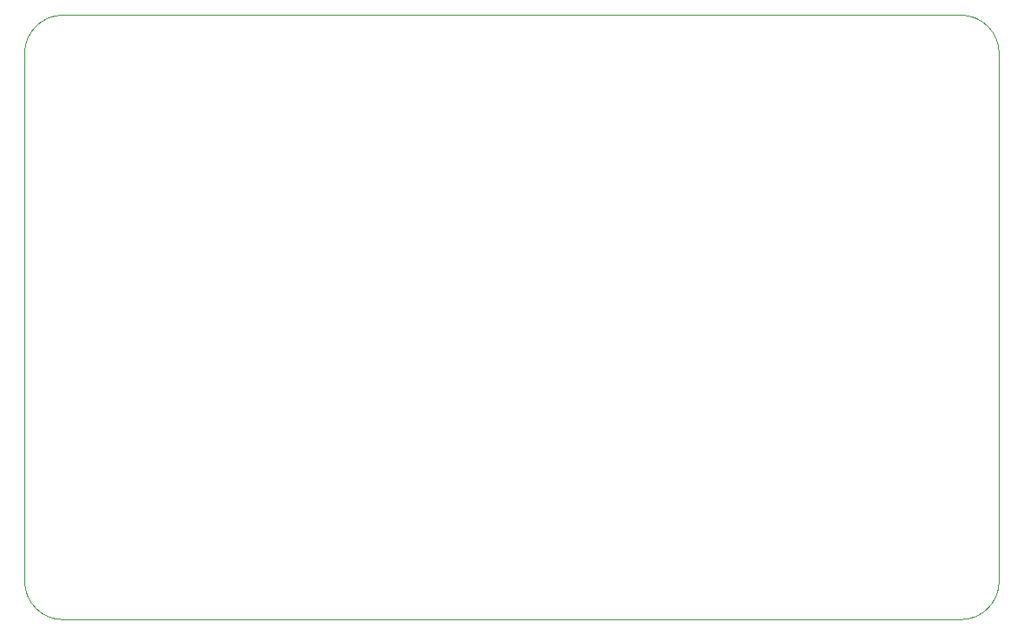
<source format=gbr>
%TF.GenerationSoftware,KiCad,Pcbnew,(5.1.8)-1*%
%TF.CreationDate,2021-06-12T11:00:54-04:00*%
%TF.ProjectId,pixc4-jetson-universal-carrier,70697863-342d-46a6-9574-736f6e2d756e,rev?*%
%TF.SameCoordinates,Original*%
%TF.FileFunction,Profile,NP*%
%FSLAX46Y46*%
G04 Gerber Fmt 4.6, Leading zero omitted, Abs format (unit mm)*
G04 Created by KiCad (PCBNEW (5.1.8)-1) date 2021-06-12 11:00:54*
%MOMM*%
%LPD*%
G01*
G04 APERTURE LIST*
%TA.AperFunction,Profile*%
%ADD10C,0.050000*%
%TD*%
G04 APERTURE END LIST*
D10*
X52000000Y-82000000D02*
G75*
G02*
X55750000Y-78250000I3750000J0D01*
G01*
X55750000Y-137250000D02*
G75*
G02*
X52000000Y-133500000I0J3750000D01*
G01*
X147000000Y-133500000D02*
G75*
G02*
X143250000Y-137250000I-3750000J0D01*
G01*
X143250000Y-78250000D02*
G75*
G02*
X147000000Y-82000000I0J-3750000D01*
G01*
X55750000Y-137250000D02*
X143250000Y-137250000D01*
X147000000Y-133500000D02*
X147000000Y-82000000D01*
X55750000Y-78250000D02*
X143250000Y-78250000D01*
X52000000Y-82000000D02*
X52000000Y-133500000D01*
M02*

</source>
